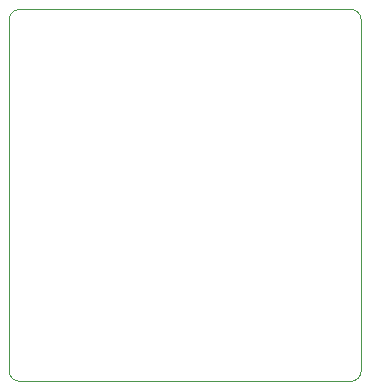
<source format=gm1>
%TF.GenerationSoftware,KiCad,Pcbnew,9.0.7-9.0.7~ubuntu24.04.1*%
%TF.CreationDate,2026-01-24T17:44:50-08:00*%
%TF.ProjectId,CAN-hub,43414e2d-6875-4622-9e6b-696361645f70,1*%
%TF.SameCoordinates,Original*%
%TF.FileFunction,Profile,NP*%
%FSLAX46Y46*%
G04 Gerber Fmt 4.6, Leading zero omitted, Abs format (unit mm)*
G04 Created by KiCad (PCBNEW 9.0.7-9.0.7~ubuntu24.04.1) date 2026-01-24 17:44:50*
%MOMM*%
%LPD*%
G01*
G04 APERTURE LIST*
%TA.AperFunction,Profile*%
%ADD10C,0.050000*%
%TD*%
G04 APERTURE END LIST*
D10*
X193594000Y-142240000D02*
G75*
G02*
X192705000Y-143129000I-889000J0D01*
G01*
X163784000Y-112522000D02*
G75*
G02*
X164673000Y-111633000I889000J0D01*
G01*
X193594000Y-142240000D02*
X193594000Y-112522000D01*
X164673000Y-143129000D02*
X192705000Y-143129000D01*
X164673000Y-143129000D02*
G75*
G02*
X163784000Y-142240000I0J889000D01*
G01*
X163784000Y-142240000D02*
X163784000Y-112522000D01*
X192705000Y-111633000D02*
G75*
G02*
X193594000Y-112522000I0J-889000D01*
G01*
X164673000Y-111633000D02*
X192705000Y-111633000D01*
M02*

</source>
